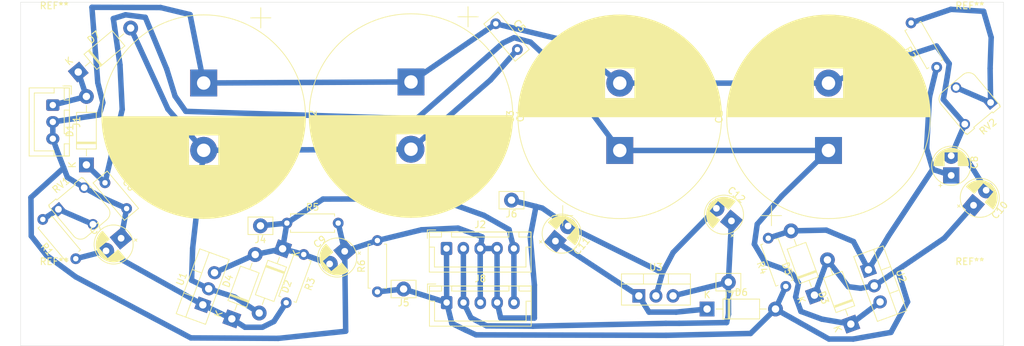
<source format=kicad_pcb>
(kicad_pcb (version 20171130) (host pcbnew "(5.1.2-1)-1")
  (layers (0 F.Cu signal) (31 B.Cu signal) (34 B.Paste user) (35 F.Paste user) (36 B.SilkS user) (37 F.SilkS user) (38 B.Mask user) (39 F.Mask user) (44 Edge.Cuts user))
  (net 0 "")
  (net 1 Earth)
  (net 2 "Net-(C1-Pad1)")
  (net 3 "Net-(C2-Pad2)")
  (net 4 "Net-(C7-Pad2)")
  (net 5 "Net-(C8-Pad1)")
  (net 6 "Net-(R1-Pad2)")
  (net 7 "Net-(R2-Pad2)")
  (net 8 +5V)
  (net 9 "Net-(C11-Pad1)")
  (net 10 -12V)
  (net 11 +12V)
  (net 12 "Net-(D1-Pad2)")
  (module MountingHole:MountingHole_3.5mm (layer F.Cu) (at 154 18)
    (fp_text reference REF** (at 0 -4.5) (layer F.SilkS))
    (fp_text value MountingHole_3.5mm)
    (pad 1 np_thru_hole circle (at 0 0) (size 3.5 3.5) (drill 3.5) (layers *.Cu *.Mask))
  )
  (module MountingHole:MountingHole_3.5mm (layer F.Cu) (at 154 56)
    (fp_text reference REF** (at 0 -4.5) (layer F.SilkS))
    (fp_text value MountingHole_3.5mm)
    (pad 1 np_thru_hole circle (at 0 0) (size 3.5 3.5) (drill 3.5) (layers *.Cu *.Mask))
  )
  (module MountingHole:MountingHole_3.5mm (layer F.Cu) (at 18 56)
    (fp_text reference REF** (at 0 -4.5) (layer F.SilkS))
    (fp_text value MountingHole_3.5mm)
    (pad 1 np_thru_hole circle (at 0 0) (size 3.5 3.5) (drill 3.5) (layers *.Cu *.Mask))
  )
  (module MountingHole:MountingHole_3.5mm (layer F.Cu) (at 18 18)
    (fp_text reference REF** (at 0 -4.5) (layer F.SilkS))
    (fp_text value MountingHole_3.5mm)
    (pad 1 np_thru_hole circle (at 0 0) (size 3.5 3.5) (drill 3.5) (layers *.Cu *.Mask))
  )
  (module Connector_JST:JST_XH_B5B-XH-A_1x05_P2.50mm_Vertical (layer F.Cu) (at 76.27 49.56)
    (fp_text reference J2 (at 5 -3.55) (layer F.SilkS))
    (fp_text value Conn_01x05_Male)
    (pad 5 thru_hole oval (at 10 0) (size 1.7 1.95) (drill 0.95) (layers *.Cu *.Mask) (net 10 -12V))
    (pad 4 thru_hole oval (at 7.5 0) (size 1.7 1.95) (drill 0.95) (layers *.Cu *.Mask) (net 1 Earth))
    (pad 3 thru_hole oval (at 5 0) (size 1.7 1.95) (drill 0.95) (layers *.Cu *.Mask) (net 1 Earth))
    (pad 2 thru_hole oval (at 2.5 0) (size 1.7 1.95) (drill 0.95) (layers *.Cu *.Mask) (net 8 +5V))
    (pad 1 thru_hole roundrect (at 0 0) (size 1.7 1.95) (drill 0.95) (layers *.Cu *.Mask) (roundrect_rratio 0.147059) (net 11 +12V))
  )
  (module Package_TO_SOT_THT:TO-220-3_Vertical (layer F.Cu) (at 104.83 56.6)
    (fp_text reference U3 (at 2.54 -4.27) (layer F.SilkS))
    (fp_text value LM7805_TO220)
    (pad 3 thru_hole oval (at 5.08 0) (size 1.905 2) (drill 1.1) (layers *.Cu *.Mask) (net 8 +5V))
    (pad 2 thru_hole oval (at 2.54 0) (size 1.905 2) (drill 1.1) (layers *.Cu *.Mask) (net 1 Earth))
    (pad 1 thru_hole rect (at 0 0) (size 1.905 2) (drill 1.1) (layers *.Cu *.Mask) (net 9 "Net-(C11-Pad1)"))
  )
  (module Package_TO_SOT_THT:TO-220-3_Vertical (layer F.Cu) (at 138.930232 52.719778 290)
    (fp_text reference U2 (at 2.54 -4.27 110) (layer F.SilkS))
    (fp_text value LM317_3PinPackage)
    (pad 3 thru_hole oval (at 5.08 0 290) (size 1.905 2) (drill 1.1) (layers *.Cu *.Mask) (net 2 "Net-(C1-Pad1)"))
    (pad 2 thru_hole oval (at 2.54 0 290) (size 1.905 2) (drill 1.1) (layers *.Cu *.Mask) (net 11 +12V))
    (pad 1 thru_hole rect (at 0 0 290) (size 1.905 2) (drill 1.1) (layers *.Cu *.Mask) (net 5 "Net-(C8-Pad1)"))
  )
  (module Package_TO_SOT_THT:TO-220-3_Vertical (layer F.Cu) (at 40.07 57.93 70)
    (fp_text reference U1 (at 2.54 -4.27 70) (layer F.SilkS))
    (fp_text value LM337_TO220)
    (pad 3 thru_hole oval (at 5.08 0 70) (size 1.905 2) (drill 1.1) (layers *.Cu *.Mask) (net 10 -12V))
    (pad 2 thru_hole oval (at 2.54 0 70) (size 1.905 2) (drill 1.1) (layers *.Cu *.Mask) (net 3 "Net-(C2-Pad2)"))
    (pad 1 thru_hole rect (at 0 0 70) (size 1.905 2) (drill 1.1) (layers *.Cu *.Mask) (net 4 "Net-(C7-Pad2)"))
  )
  (module Potentiometer_THT:Potentiometer_Runtron_RM-065_Vertical (layer F.Cu) (at 157.08 27.88 220)
    (fp_text reference RV2 (at 2.6 -2.5 40) (layer F.SilkS))
    (fp_text value 2k)
    (pad 2 thru_hole circle (at 2.5 5 220) (size 1.55 1.55) (drill 1) (layers *.Cu *.Mask) (net 7 "Net-(R2-Pad2)"))
    (pad 1 thru_hole rect (at 0 0 220) (size 1.55 1.55) (drill 1) (layers *.Cu *.Mask) (net 7 "Net-(R2-Pad2)"))
    (pad 3 thru_hole circle (at 5 0 220) (size 1.55 1.55) (drill 1) (layers *.Cu *.Mask) (net 1 Earth))
  )
  (module Potentiometer_THT:Potentiometer_Runtron_RM-065_Vertical (layer F.Cu) (at 18.62 43.74 40)
    (fp_text reference RV1 (at 2.6 -2.5 40) (layer F.SilkS))
    (fp_text value 2k)
    (pad 2 thru_hole circle (at 2.5 5 40) (size 1.55 1.55) (drill 1) (layers *.Cu *.Mask) (net 6 "Net-(R1-Pad2)"))
    (pad 1 thru_hole rect (at 0 0 40) (size 1.55 1.55) (drill 1) (layers *.Cu *.Mask) (net 6 "Net-(R1-Pad2)"))
    (pad 3 thru_hole circle (at 5 0 40) (size 1.55 1.55) (drill 1) (layers *.Cu *.Mask) (net 1 Earth))
  )
  (module Resistor_THT:R_Axial_DIN0207_L6.3mm_D2.5mm_P7.62mm_Horizontal (layer F.Cu) (at 66 56 90)
    (fp_text reference R6 (at 3.81 -2.37 90) (layer F.SilkS))
    (fp_text value 4.7k)
    (pad 2 thru_hole oval (at 7.62 0 90) (size 1.6 1.6) (drill 0.8) (layers *.Cu *.Mask) (net 1 Earth))
    (pad 1 thru_hole circle (at 0 0 90) (size 1.6 1.6) (drill 0.8) (layers *.Cu *.Mask) (net 11 +12V))
  )
  (module Resistor_THT:R_Axial_DIN0207_L6.3mm_D2.5mm_P7.62mm_Horizontal (layer F.Cu) (at 52.56 45.79)
    (fp_text reference R5 (at 3.81 -2.37) (layer F.SilkS))
    (fp_text value 4.7k)
    (pad 2 thru_hole oval (at 7.62 0) (size 1.6 1.6) (drill 0.8) (layers *.Cu *.Mask) (net 1 Earth))
    (pad 1 thru_hole circle (at 0 0) (size 1.6 1.6) (drill 0.8) (layers *.Cu *.Mask) (net 10 -12V))
  )
  (module Resistor_THT:R_Axial_DIN0207_L6.3mm_D2.5mm_P7.62mm_Horizontal (layer F.Cu) (at 126.66 55.19 110)
    (fp_text reference R4 (at 3.81 -2.37 110) (layer F.SilkS))
    (fp_text value 240)
    (pad 2 thru_hole oval (at 7.62 0 110) (size 1.6 1.6) (drill 0.8) (layers *.Cu *.Mask) (net 5 "Net-(C8-Pad1)"))
    (pad 1 thru_hole circle (at 0 0 110) (size 1.6 1.6) (drill 0.8) (layers *.Cu *.Mask) (net 11 +12V))
  )
  (module Resistor_THT:R_Axial_DIN0207_L6.3mm_D2.5mm_P7.62mm_Horizontal (layer F.Cu) (at 55.06 50.45 250)
    (fp_text reference R3 (at 3.81 -2.37 70) (layer F.SilkS))
    (fp_text value 240)
    (pad 2 thru_hole oval (at 7.62 0 250) (size 1.6 1.6) (drill 0.8) (layers *.Cu *.Mask) (net 4 "Net-(C7-Pad2)"))
    (pad 1 thru_hole circle (at 0 0 250) (size 1.6 1.6) (drill 0.8) (layers *.Cu *.Mask) (net 10 -12V))
  )
  (module Resistor_THT:R_Axial_DIN0207_L6.3mm_D2.5mm_P7.62mm_Horizontal (layer F.Cu) (at 149.08 22.65 120)
    (fp_text reference R2 (at 3.81 -2.37 120) (layer F.SilkS))
    (fp_text value 1k)
    (pad 2 thru_hole oval (at 7.62 0 120) (size 1.6 1.6) (drill 0.8) (layers *.Cu *.Mask) (net 7 "Net-(R2-Pad2)"))
    (pad 1 thru_hole circle (at 0 0 120) (size 1.6 1.6) (drill 0.8) (layers *.Cu *.Mask) (net 5 "Net-(C8-Pad1)"))
  )
  (module Resistor_THT:R_Axial_DIN0207_L6.3mm_D2.5mm_P7.62mm_Horizontal (layer F.Cu) (at 21.2 51.08 130)
    (fp_text reference R1 (at 3.81 -2.37 130) (layer F.SilkS))
    (fp_text value 1k)
    (pad 2 thru_hole oval (at 7.62 0 130) (size 1.6 1.6) (drill 0.8) (layers *.Cu *.Mask) (net 6 "Net-(R1-Pad2)"))
    (pad 1 thru_hole circle (at 0 0 130) (size 1.6 1.6) (drill 0.8) (layers *.Cu *.Mask) (net 4 "Net-(C7-Pad2)"))
  )
  (module Connector_JST:JST_XH_B5B-XH-A_1x05_P2.50mm_Vertical (layer F.Cu) (at 76.29 57.59)
    (fp_text reference J8 (at 5 -3.55) (layer F.SilkS))
    (fp_text value Conn_01x05_Male)
    (pad 5 thru_hole oval (at 10 0) (size 1.7 1.95) (drill 0.95) (layers *.Cu *.Mask) (net 10 -12V))
    (pad 4 thru_hole oval (at 7.5 0) (size 1.7 1.95) (drill 0.95) (layers *.Cu *.Mask) (net 1 Earth))
    (pad 3 thru_hole oval (at 5 0) (size 1.7 1.95) (drill 0.95) (layers *.Cu *.Mask) (net 1 Earth))
    (pad 2 thru_hole oval (at 2.5 0) (size 1.7 1.95) (drill 0.95) (layers *.Cu *.Mask) (net 8 +5V))
    (pad 1 thru_hole roundrect (at 0 0) (size 1.7 1.95) (drill 0.95) (layers *.Cu *.Mask) (roundrect_rratio 0.147059) (net 11 +12V))
  )
  (module Connector_Pin:Pin_D1.1mm_L10.2mm_W3.5mm_Flat (layer F.Cu) (at 118.13 54.56)
    (fp_text reference J7 (at 0 2.05) (layer F.SilkS))
    (fp_text value 5V_Conn)
    (pad 1 thru_hole circle (at 0 0) (size 2.2 2.2) (drill 1.1) (layers *.Cu *.Mask) (net 8 +5V))
  )
  (module Connector_Pin:Pin_D1.1mm_L10.2mm_W3.5mm_Flat (layer F.Cu) (at 85.92 42.38)
    (fp_text reference J6 (at 0 2.05) (layer F.SilkS))
    (fp_text value GND_Conn)
    (pad 1 thru_hole circle (at 0 0) (size 2.2 2.2) (drill 1.1) (layers *.Cu *.Mask) (net 1 Earth))
  )
  (module Connector_Pin:Pin_D1.1mm_L10.2mm_W3.5mm_Flat (layer F.Cu) (at 69.89 55.58)
    (fp_text reference J5 (at 0 2.05) (layer F.SilkS))
    (fp_text value +V_Conn)
    (pad 1 thru_hole circle (at 0 0) (size 2.2 2.2) (drill 1.1) (layers *.Cu *.Mask) (net 11 +12V))
  )
  (module Connector_Pin:Pin_D1.1mm_L10.2mm_W3.5mm_Flat (layer F.Cu) (at 48.63 46.19)
    (fp_text reference J4 (at 0 2.05) (layer F.SilkS))
    (fp_text value -V_Conn)
    (pad 1 thru_hole circle (at 0 0) (size 2.2 2.2) (drill 1.1) (layers *.Cu *.Mask) (net 10 -12V))
  )
  (module Connector_JST:JST_XH_B3B-XH-A_1x03_P2.50mm_Vertical (layer F.Cu) (at 17.79 28.26 270)
    (fp_text reference J1 (at 2.5 -3.55 90) (layer F.SilkS))
    (fp_text value Conn_01x03_Male)
    (pad 3 thru_hole oval (at 5 0 270) (size 1.7 1.95) (drill 0.95) (layers *.Cu *.Mask) (net 1 Earth))
    (pad 2 thru_hole oval (at 2.5 0 270) (size 1.7 1.95) (drill 0.95) (layers *.Cu *.Mask) (net 1 Earth))
    (pad 1 thru_hole roundrect (at 0 0 270) (size 1.7 1.95) (drill 0.95) (layers *.Cu *.Mask) (roundrect_rratio 0.147059) (net 12 "Net-(D1-Pad2)"))
  )
  (module Diode_THT:D_DO-41_SOD81_P10.16mm_Horizontal (layer F.Cu) (at 21.57 23.35 40)
    (fp_text reference D7 (at 5.08 -2.47 40) (layer F.SilkS))
    (fp_text value D_Small)
    (fp_text user K (at 0 -2.1 40) (layer F.SilkS))
    (pad 2 thru_hole oval (at 10.16 0 40) (size 2.2 2.2) (drill 1.1) (layers *.Cu *.Mask) (net 3 "Net-(C2-Pad2)"))
    (pad 1 thru_hole rect (at 0 0 40) (size 2.2 2.2) (drill 1.1) (layers *.Cu *.Mask) (net 12 "Net-(D1-Pad2)"))
  )
  (module Diode_THT:D_DO-41_SOD81_P10.16mm_Horizontal (layer F.Cu) (at 114.97 58.55)
    (fp_text reference D6 (at 5.08 -2.47) (layer F.SilkS))
    (fp_text value 1N4002)
    (fp_text user K (at 0 -2.1) (layer F.SilkS))
    (pad 2 thru_hole oval (at 10.16 0) (size 2.2 2.2) (drill 1.1) (layers *.Cu *.Mask) (net 11 +12V))
    (pad 1 thru_hole rect (at 0 0) (size 2.2 2.2) (drill 1.1) (layers *.Cu *.Mask) (net 9 "Net-(C11-Pad1)"))
  )
  (module Diode_THT:D_DO-41_SOD81_P10.16mm_Horizontal (layer F.Cu) (at 130.92 56.49 110)
    (fp_text reference D5 (at 5.08 -2.47 110) (layer F.SilkS))
    (fp_text value 1N4002)
    (fp_text user K (at 0 -2.1 110) (layer F.SilkS))
    (pad 2 thru_hole oval (at 10.16 0 110) (size 2.2 2.2) (drill 1.1) (layers *.Cu *.Mask) (net 5 "Net-(C8-Pad1)"))
    (pad 1 thru_hole rect (at 0 0 110) (size 2.2 2.2) (drill 1.1) (layers *.Cu *.Mask) (net 11 +12V))
  )
  (module Diode_THT:D_DO-41_SOD81_P10.16mm_Horizontal (layer F.Cu) (at 44.38 60.01 70)
    (fp_text reference D4 (at 5.08 -2.47 70) (layer F.SilkS))
    (fp_text value 1N4002)
    (fp_text user K (at 0 -2.1 70) (layer F.SilkS))
    (pad 2 thru_hole oval (at 10.16 0 70) (size 2.2 2.2) (drill 1.1) (layers *.Cu *.Mask) (net 10 -12V))
    (pad 1 thru_hole rect (at 0 0 70) (size 2.2 2.2) (drill 1.1) (layers *.Cu *.Mask) (net 4 "Net-(C7-Pad2)"))
  )
  (module Diode_THT:D_DO-41_SOD81_P10.16mm_Horizontal (layer F.Cu) (at 136.32 60.79 110)
    (fp_text reference D3 (at 5.08 -2.47 110) (layer F.SilkS))
    (fp_text value 1N4002)
    (fp_text user K (at 0 -2.1 110) (layer F.SilkS))
    (pad 2 thru_hole oval (at 10.16 0 110) (size 2.2 2.2) (drill 1.1) (layers *.Cu *.Mask) (net 11 +12V))
    (pad 1 thru_hole rect (at 0 0 110) (size 2.2 2.2) (drill 1.1) (layers *.Cu *.Mask) (net 2 "Net-(C1-Pad1)"))
  )
  (module Diode_THT:D_DO-41_SOD81_P10.16mm_Horizontal (layer F.Cu) (at 51.92 49.6 250)
    (fp_text reference D2 (at 5.08 -2.47 70) (layer F.SilkS))
    (fp_text value 1N4002)
    (fp_text user K (at 0 -2.1 70) (layer F.SilkS))
    (pad 2 thru_hole oval (at 10.16 0 250) (size 2.2 2.2) (drill 1.1) (layers *.Cu *.Mask) (net 3 "Net-(C2-Pad2)"))
    (pad 1 thru_hole rect (at 0 0 250) (size 2.2 2.2) (drill 1.1) (layers *.Cu *.Mask) (net 10 -12V))
  )
  (module Diode_THT:D_DO-41_SOD81_P10.16mm_Horizontal (layer F.Cu) (at 22.78 37.14 90)
    (fp_text reference D1 (at 5.08 -2.47 90) (layer F.SilkS))
    (fp_text value D_Small)
    (fp_text user K (at 0 -2.1 90) (layer F.SilkS))
    (pad 2 thru_hole oval (at 10.16 0 90) (size 2.2 2.2) (drill 1.1) (layers *.Cu *.Mask) (net 12 "Net-(D1-Pad2)"))
    (pad 1 thru_hole rect (at 0 0 90) (size 2.2 2.2) (drill 1.1) (layers *.Cu *.Mask) (net 2 "Net-(C1-Pad1)"))
  )
  (module Capacitor_THT:CP_Radial_D5.0mm_P2.0mm_Bigger_Holes (layer F.Cu) (at 117.75 43.7 140)
    (fp_text reference C12 (at 0.1524 2.6416 140) (layer F.SilkS))
    (fp_text value 1u)
    (pad 2 thru_hole circle (at 1.143 -0.8128 140) (size 2.4 2.4) (drill 1) (layers *.Cu *.Mask) (net 1 Earth))
    (pad 1 thru_hole rect (at -1.778 -0.8128 140) (size 2.4 2.4) (drill 1) (layers *.Cu *.Mask) (net 8 +5V))
  )
  (module Capacitor_THT:CP_Radial_D5.0mm_P2.0mm_Bigger_Holes (layer F.Cu) (at 94.21 47.62 50)
    (fp_text reference C11 (at 0.1524 2.6416 50) (layer F.SilkS))
    (fp_text value 220u)
    (pad 2 thru_hole circle (at 1.143 -0.8128 50) (size 2.4 2.4) (drill 1) (layers *.Cu *.Mask) (net 1 Earth))
    (pad 1 thru_hole rect (at -1.778 -0.8128 50) (size 2.4 2.4) (drill 1) (layers *.Cu *.Mask) (net 9 "Net-(C11-Pad1)"))
  )
  (module Capacitor_THT:CP_Radial_D5.0mm_P2.0mm_Bigger_Holes (layer F.Cu) (at 156.31 42.3 50)
    (fp_text reference C10 (at 0.1524 2.6416 50) (layer F.SilkS))
    (fp_text value 1uF)
    (pad 2 thru_hole circle (at 1.143 -0.8128 50) (size 2.4 2.4) (drill 1) (layers *.Cu *.Mask) (net 1 Earth))
    (pad 1 thru_hole rect (at -1.778 -0.8128 50) (size 2.4 2.4) (drill 1) (layers *.Cu *.Mask) (net 11 +12V))
  )
  (module Capacitor_THT:CP_Radial_D5.0mm_P2.0mm_Bigger_Holes (layer F.Cu) (at 59.26 50.5 220)
    (fp_text reference C9 (at 0.1524 2.6416 40) (layer F.SilkS))
    (fp_text value 1uF)
    (pad 2 thru_hole circle (at 1.143 -0.8128 220) (size 2.4 2.4) (drill 1) (layers *.Cu *.Mask) (net 10 -12V))
    (pad 1 thru_hole rect (at -1.778 -0.8128 220) (size 2.4 2.4) (drill 1) (layers *.Cu *.Mask) (net 1 Earth))
  )
  (module Capacitor_THT:CP_Radial_D5.0mm_P2.0mm_Bigger_Holes (layer F.Cu) (at 152.04 36.93 90)
    (fp_text reference C8 (at 0.1524 2.6416 90) (layer F.SilkS))
    (fp_text value 10uF)
    (pad 2 thru_hole circle (at 1.143 -0.8128 90) (size 2.4 2.4) (drill 1) (layers *.Cu *.Mask) (net 1 Earth))
    (pad 1 thru_hole rect (at -1.778 -0.8128 90) (size 2.4 2.4) (drill 1) (layers *.Cu *.Mask) (net 5 "Net-(C8-Pad1)"))
  )
  (module Capacitor_THT:CP_Radial_D5.0mm_P2.0mm_Bigger_Holes (layer F.Cu) (at 26.05 48.56 220)
    (fp_text reference C7 (at 0.1524 2.6416 40) (layer F.SilkS))
    (fp_text value 10uF)
    (pad 2 thru_hole circle (at 1.143 -0.8128 220) (size 2.4 2.4) (drill 1) (layers *.Cu *.Mask) (net 4 "Net-(C7-Pad2)"))
    (pad 1 thru_hole rect (at -1.778 -0.8128 220) (size 2.4 2.4) (drill 1) (layers *.Cu *.Mask) (net 1 Earth))
  )
  (module Capacitor_THT:C_Rect_L7.0mm_W2.5mm_P5.00mm (layer F.Cu) (at 25.54 39.8 310)
    (fp_text reference C6 (at 2.5 -2.5 130) (layer F.SilkS))
    (fp_text value 0.1uF)
    (pad 2 thru_hole circle (at 5 0 310) (size 1.6 1.6) (drill 0.8) (layers *.Cu *.Mask) (net 1 Earth))
    (pad 1 thru_hole circle (at 0 0 310) (size 1.6 1.6) (drill 0.8) (layers *.Cu *.Mask) (net 2 "Net-(C1-Pad1)"))
  )
  (module Capacitor_THT:C_Rect_L7.0mm_W2.5mm_P5.00mm (layer F.Cu) (at 83.58 16.18 310)
    (fp_text reference C5 (at 2.5 -2.5 130) (layer F.SilkS))
    (fp_text value 0.1uF)
    (pad 2 thru_hole circle (at 5 0 310) (size 1.6 1.6) (drill 0.8) (layers *.Cu *.Mask) (net 3 "Net-(C2-Pad2)"))
    (pad 1 thru_hole circle (at 0 0 310) (size 1.6 1.6) (drill 0.8) (layers *.Cu *.Mask) (net 1 Earth))
  )
  (module Capacitor_THT:CP_Radial_D30.0mm_P10.00mm_SnapIn (layer F.Cu) (at 70.99 24.82 270)
    (fp_text reference C4 (at 5 -16.25 90) (layer F.SilkS))
    (fp_text value 10000uF)
    (pad 2 thru_hole circle (at 10 0 270) (size 4 4) (drill 2) (layers *.Cu *.Mask) (net 3 "Net-(C2-Pad2)"))
    (pad 1 thru_hole rect (at 0 0 270) (size 4 4) (drill 2) (layers *.Cu *.Mask) (net 1 Earth))
  )
  (module Capacitor_THT:CP_Radial_D30.0mm_P10.00mm_SnapIn (layer F.Cu) (at 102 35 90)
    (fp_text reference C3 (at 5 -16.25 90) (layer F.SilkS))
    (fp_text value 10000uF)
    (pad 2 thru_hole circle (at 10 0 90) (size 4 4) (drill 2) (layers *.Cu *.Mask) (net 1 Earth))
    (pad 1 thru_hole rect (at 0 0 90) (size 4 4) (drill 2) (layers *.Cu *.Mask) (net 2 "Net-(C1-Pad1)"))
  )
  (module Capacitor_THT:CP_Radial_D30.0mm_P10.00mm_SnapIn (layer F.Cu) (at 40.2 24.98 270)
    (fp_text reference C2 (at 5 -16.25 90) (layer F.SilkS))
    (fp_text value 10000uF)
    (pad 2 thru_hole circle (at 10 0 270) (size 4 4) (drill 2) (layers *.Cu *.Mask) (net 3 "Net-(C2-Pad2)"))
    (pad 1 thru_hole rect (at 0 0 270) (size 4 4) (drill 2) (layers *.Cu *.Mask) (net 1 Earth))
  )
  (module Capacitor_THT:CP_Radial_D30.0mm_P10.00mm_SnapIn (layer F.Cu) (at 133 35 90)
    (fp_text reference C1 (at 5 -16.25 90) (layer F.SilkS))
    (fp_text value 10000uF)
    (pad 2 thru_hole circle (at 10 0 90) (size 4 4) (drill 2) (layers *.Cu *.Mask) (net 1 Earth))
    (pad 1 thru_hole rect (at 0 0 90) (size 4 4) (drill 2) (layers *.Cu *.Mask) (net 2 "Net-(C1-Pad1)"))
  )
  (gr_line (start 159 64) (end 159 13) (layer Edge.Cuts) (width 0.05))
  (gr_line (start 13 64) (end 13 13) (layer Edge.Cuts) (width 0.05))
  (gr_line (start 159 64) (end 13 64) (layer Edge.Cuts) (width 0.05))
  (gr_line (start 13 13) (end 159 13) (layer Edge.Cuts) (width 0.05))
  (segment (start 17.79 30.76) (end 17.79 33.26) (width 0.8128) (layer B.Cu) (net 1))
  (segment (start 27.934485 48.039765) (end 28.753938 43.630222) (width 0.8128) (layer B.Cu) (net 1))
  (segment (start 28.753938 43.630222) (end 25.01 41.93) (width 0.8128) (layer B.Cu) (net 1))
  (segment (start 25.01 41.93) (end 22.450222 40.526062) (width 0.8128) (layer B.Cu) (net 1))
  (segment (start 22.450222 40.526062) (end 19.96 38.99) (width 0.8128) (layer B.Cu) (net 1))
  (segment (start 18.61 35.53) (end 17.79 33.26) (width 0.8128) (layer B.Cu) (net 1))
  (segment (start 70.99 24.82) (end 83.58 16.18) (width 0.8128) (layer B.Cu) (net 1))
  (segment (start 83.58 16.18) (end 94.12 18.73) (width 0.8128) (layer B.Cu) (net 1))
  (segment (start 70.99 24.82) (end 40.2 24.98) (width 0.8128) (layer B.Cu) (net 1))
  (segment (start 60.18 45.79) (end 61.144485 49.979765) (width 0.8128) (layer B.Cu) (net 1))
  (segment (start 61.144485 49.979765) (end 66 48.38) (width 0.8128) (layer B.Cu) (net 1))
  (segment (start 83.77 49.56) (end 81.27 49.56) (width 0.8128) (layer B.Cu) (net 1))
  (segment (start 90.49 43.56) (end 94.322065 46.221953) (width 0.8128) (layer B.Cu) (net 1))
  (segment (start 133 25) (end 102 25) (width 0.8128) (layer B.Cu) (net 1))
  (segment (start 97.92913 21.76087) (end 102 25) (width 0.8128) (layer B.Cu) (net 1))
  (segment (start 94.12 18.73) (end 97.92913 21.76087) (width 0.8128) (layer B.Cu) (net 1))
  (segment (start 153.249778 31.093938) (end 151.2272 35.787) (width 0.8128) (layer B.Cu) (net 1))
  (segment (start 156.422065 40.901953) (end 153.72 36.56) (width 0.8128) (layer B.Cu) (net 1))
  (segment (start 153.72 36.56) (end 151.2272 35.787) (width 0.8128) (layer B.Cu) (net 1))
  (segment (start 116.351953 43.587935) (end 109.93 50.15) (width 0.8128) (layer B.Cu) (net 1))
  (segment (start 109.93 50.15) (end 108.34 53.17) (width 0.8128) (layer B.Cu) (net 1))
  (segment (start 108.34 53.17) (end 107.37 56.6) (width 0.8128) (layer B.Cu) (net 1))
  (segment (start 108.34 53.17) (end 94.322065 46.221953) (width 0.8128) (layer B.Cu) (net 1))
  (segment (start 153.249778 31.093938) (end 150.06 27.42) (width 0.8128) (layer B.Cu) (net 1))
  (segment (start 150.06 27.42) (end 150.64 24.08) (width 0.8128) (layer B.Cu) (net 1))
  (segment (start 150.64 24.08) (end 150.94 22.11) (width 0.8128) (layer B.Cu) (net 1))
  (segment (start 150.94 22.11) (end 149.04 19.49) (width 0.8128) (layer B.Cu) (net 1))
  (segment (start 149.04 19.49) (end 143.19 21.4) (width 0.8128) (layer B.Cu) (net 1))
  (segment (start 143.19 21.4) (end 133 25) (width 0.8128) (layer B.Cu) (net 1))
  (segment (start 81.27 49.56) (end 81.29 57.59) (width 0.8128) (layer B.Cu) (net 1))
  (segment (start 83.79 57.59) (end 83.77 49.56) (width 0.8128) (layer B.Cu) (net 1))
  (segment (start 17.79 30.76) (end 24.68 29.72) (width 0.8128) (layer B.Cu) (net 1))
  (segment (start 66 48.38) (end 72.56 46.78) (width 0.8128) (layer B.Cu) (net 1))
  (segment (start 72.56 46.78) (end 77.98 46.53) (width 0.8128) (layer B.Cu) (net 1))
  (segment (start 77.98 46.53) (end 81.55 47.83) (width 0.8128) (layer B.Cu) (net 1))
  (segment (start 81.55 47.83) (end 81.27 49.56) (width 0.8128) (layer B.Cu) (net 1))
  (segment (start 83.79 57.59) (end 84.32 59.89) (width 0.8128) (layer B.Cu) (net 1))
  (segment (start 84.32 59.89) (end 89.32 59.89) (width 0.8128) (layer B.Cu) (net 1))
  (segment (start 89.32 59.89) (end 89.32 54.98) (width 0.8128) (layer B.Cu) (net 1))
  (segment (start 89.32 54.98) (end 88.7 47.78) (width 0.8128) (layer B.Cu) (net 1))
  (segment (start 88.7 47.78) (end 89.560104 43.319896) (width 0.8128) (layer B.Cu) (net 1))
  (segment (start 89.560104 43.319896) (end 90.49 43.56) (width 0.8128) (layer B.Cu) (net 1))
  (segment (start 85.92 42.38) (end 89.560104 43.319896) (width 0.8128) (layer B.Cu) (net 1))
  (segment (start 25.226583 27.903417) (end 24.47 24.93) (width 0.8128) (layer B.Cu) (net 1))
  (segment (start 24.68 29.72) (end 25.226583 27.903417) (width 0.8128) (layer B.Cu) (net 1))
  (segment (start 24.47 24.93) (end 23.6 13.74) (width 0.8128) (layer B.Cu) (net 1))
  (segment (start 23.6 13.74) (end 33.8 13.77) (width 0.8128) (layer B.Cu) (net 1))
  (segment (start 33.8 13.77) (end 38.17 14.82) (width 0.8128) (layer B.Cu) (net 1))
  (segment (start 38.17 14.82) (end 40.2 24.98) (width 0.8128) (layer B.Cu) (net 1))
  (segment (start 61.144485 49.979765) (end 61.29 61.85) (width 0.8128) (layer B.Cu) (net 1))
  (segment (start 61.29 61.85) (end 51.27 62.91) (width 0.8128) (layer B.Cu) (net 1))
  (segment (start 51.27 62.91) (end 38.29 62.84) (width 0.8128) (layer B.Cu) (net 1))
  (segment (start 38.29 62.84) (end 21.2 53.78) (width 0.8128) (layer B.Cu) (net 1))
  (segment (start 21.2 53.78) (end 16.84 50.57) (width 0.8128) (layer B.Cu) (net 1))
  (segment (start 16.84 50.57) (end 14.59 47.7) (width 0.8128) (layer B.Cu) (net 1))
  (segment (start 14.59 47.7) (end 14.54 41.99) (width 0.8128) (layer B.Cu) (net 1))
  (segment (start 19.409896 37.580104) (end 18.61 35.53) (width 0.8128) (layer B.Cu) (net 1))
  (segment (start 14.54 41.99) (end 19.409896 37.580104) (width 0.8128) (layer B.Cu) (net 1))
  (segment (start 19.96 38.99) (end 19.409896 37.580104) (width 0.8128) (layer B.Cu) (net 1))
  (segment (start 22.78 37.14) (end 25.54 39.8) (width 0.8128) (layer B.Cu) (net 2))
  (segment (start 102 35) (end 133 35) (width 0.8128) (layer B.Cu) (net 2))
  (segment (start 140.667694 57.493417) (end 136.32 60.79) (width 0.8128) (layer B.Cu) (net 2))
  (segment (start 133 35) (end 126.05 41.77) (width 0.8128) (layer B.Cu) (net 2))
  (segment (start 128.12 56.75) (end 128.91 58.91) (width 0.8128) (layer B.Cu) (net 2))
  (segment (start 128.91 58.91) (end 132.01 60.05) (width 0.8128) (layer B.Cu) (net 2))
  (segment (start 132.01 60.05) (end 136.32 60.79) (width 0.8128) (layer B.Cu) (net 2))
  (segment (start 126.27 52.61) (end 127.629262 53.370738) (width 0.8128) (layer B.Cu) (net 2))
  (segment (start 123.596029 51.633971) (end 126.27 52.61) (width 0.8128) (layer B.Cu) (net 2))
  (segment (start 121.993648 48.926352) (end 122.416958 45.956958) (width 0.8128) (layer B.Cu) (net 2))
  (segment (start 126.05 41.77) (end 122.416958 45.956958) (width 0.8128) (layer B.Cu) (net 2))
  (segment (start 123.596029 51.633971) (end 121.993648 48.926352) (width 0.8128) (layer B.Cu) (net 2))
  (segment (start 128.549822 54.689822) (end 127.629262 53.370738) (width 0.8128) (layer B.Cu) (net 2))
  (segment (start 128.549822 54.689822) (end 128.12 56.75) (width 0.8128) (layer B.Cu) (net 2))
  (segment (start 25.54 39.8) (end 28.1 28.9) (width 0.8128) (layer B.Cu) (net 2))
  (segment (start 28.1 28.9) (end 27.77 22.28) (width 0.8128) (layer B.Cu) (net 2))
  (segment (start 27.77 22.28) (end 26.78 15.41) (width 0.8128) (layer B.Cu) (net 2))
  (segment (start 26.78 15.41) (end 28.59 14.85) (width 0.8128) (layer B.Cu) (net 2))
  (segment (start 28.59 14.85) (end 31.53 15.23) (width 0.8128) (layer B.Cu) (net 2))
  (segment (start 31.53 15.23) (end 34.71 22.92) (width 0.8128) (layer B.Cu) (net 2))
  (segment (start 34.71 22.92) (end 35.95 26.93) (width 0.8128) (layer B.Cu) (net 2))
  (segment (start 35.95 26.93) (end 37.54 29.19) (width 0.8128) (layer B.Cu) (net 2))
  (segment (start 37.54 29.19) (end 71.82 30.29) (width 0.8128) (layer B.Cu) (net 2))
  (segment (start 71.82 30.29) (end 84.63 19.05) (width 0.8128) (layer B.Cu) (net 2))
  (segment (start 84.63 19.05) (end 86.3 18.25) (width 0.8128) (layer B.Cu) (net 2))
  (segment (start 86.3 18.25) (end 88.74 18.91) (width 0.8128) (layer B.Cu) (net 2))
  (segment (start 88.74 18.91) (end 92.85 22.75) (width 0.8128) (layer B.Cu) (net 2))
  (segment (start 92.85 22.75) (end 102 35) (width 0.8128) (layer B.Cu) (net 2))
  (segment (start 40.2 34.98) (end 70.99 34.82) (width 0.8128) (layer B.Cu) (net 3))
  (segment (start 70.99 34.82) (end 82.81 24.52) (width 0.8128) (layer B.Cu) (net 3))
  (segment (start 82.81 24.52) (end 86.793938 20.010222) (width 0.8128) (layer B.Cu) (net 3))
  (segment (start 48.445075 59.147277) (end 44.8 56.78) (width 0.8128) (layer B.Cu) (net 3))
  (segment (start 44.8 56.78) (end 40.938731 55.543181) (width 0.8128) (layer B.Cu) (net 3))
  (segment (start 40.938731 55.543181) (end 38.4 54.28) (width 0.8128) (layer B.Cu) (net 3))
  (segment (start 38.4 54.28) (end 38.56 49.52) (width 0.8128) (layer B.Cu) (net 3))
  (segment (start 38.56 49.52) (end 40.2 34.98) (width 0.8128) (layer B.Cu) (net 3))
  (segment (start 40.2 34.98) (end 34.89 28.86) (width 0.8128) (layer B.Cu) (net 3))
  (segment (start 34.89 28.86) (end 29.353012 16.819278) (width 0.8128) (layer B.Cu) (net 3))
  (segment (start 21.2 51.08) (end 25.696869 49.917347) (width 0.8128) (layer B.Cu) (net 4))
  (segment (start 44.38 60.01) (end 46.34 61.26) (width 0.8128) (layer B.Cu) (net 4))
  (segment (start 46.34 61.26) (end 48.91 61.26) (width 0.8128) (layer B.Cu) (net 4))
  (segment (start 48.91 61.26) (end 50.63 60.4) (width 0.8128) (layer B.Cu) (net 4))
  (segment (start 50.63 60.4) (end 52.453807 57.610458) (width 0.8128) (layer B.Cu) (net 4))
  (segment (start 40.07 57.93) (end 44.38 60.01) (width 0.8128) (layer B.Cu) (net 4))
  (segment (start 40.07 57.93) (end 25.696869 49.917347) (width 0.8128) (layer B.Cu) (net 4))
  (segment (start 149.08 22.65) (end 148 27.08) (width 0.8128) (layer B.Cu) (net 5))
  (segment (start 148 27.08) (end 147.57 34.68) (width 0.8128) (layer B.Cu) (net 5))
  (segment (start 147.57 34.68) (end 148.48 37.8) (width 0.8128) (layer B.Cu) (net 5))
  (segment (start 148.48 37.8) (end 151.2272 38.708) (width 0.8128) (layer B.Cu) (net 5))
  (segment (start 148.48 37.8) (end 141.9 47.73) (width 0.8128) (layer B.Cu) (net 5))
  (segment (start 141.9 47.73) (end 138.930232 52.719778) (width 0.8128) (layer B.Cu) (net 5))
  (segment (start 138.930232 52.719778) (end 136.71 48.53) (width 0.8128) (layer B.Cu) (net 5))
  (segment (start 136.71 48.53) (end 132.67 46.83) (width 0.8128) (layer B.Cu) (net 5))
  (segment (start 132.67 46.83) (end 127.445075 46.942723) (width 0.8128) (layer B.Cu) (net 5))
  (segment (start 127.445075 46.942723) (end 124.053807 48.029542) (width 0.8128) (layer B.Cu) (net 5))
  (segment (start 23.749049 45.963253) (end 18.62 43.74) (width 0.8128) (layer B.Cu) (net 6))
  (segment (start 18.62 43.74) (end 16.301958 45.242741) (width 0.8128) (layer B.Cu) (net 6))
  (segment (start 157.08 27.88) (end 151.950951 25.656747) (width 0.8128) (layer B.Cu) (net 7))
  (segment (start 145.27 16.050886) (end 151.18 14.04) (width 0.8128) (layer B.Cu) (net 7))
  (segment (start 151.18 14.04) (end 156.04 14.33) (width 0.8128) (layer B.Cu) (net 7))
  (segment (start 156.04 14.33) (end 157.17 18.21) (width 0.8128) (layer B.Cu) (net 7))
  (segment (start 157.17 18.21) (end 157.01 22.81) (width 0.8128) (layer B.Cu) (net 7))
  (segment (start 157.01 22.81) (end 157.08 27.88) (width 0.8128) (layer B.Cu) (net 7))
  (segment (start 78.79 57.59) (end 78.77 49.56) (width 0.8128) (layer B.Cu) (net 8))
  (segment (start 118.13 54.56) (end 118.589569 45.465517) (width 0.8128) (layer B.Cu) (net 8))
  (segment (start 109.91 56.6) (end 118.13 54.56) (width 0.8128) (layer B.Cu) (net 8))
  (segment (start 118.15 59.32) (end 117.87 60.56) (width 0.8128) (layer B.Cu) (net 8))
  (segment (start 117.87 60.56) (end 110.83 60.68) (width 0.8128) (layer B.Cu) (net 8))
  (segment (start 118.13 54.56) (end 118.15 59.32) (width 0.8128) (layer B.Cu) (net 8))
  (segment (start 110.83 60.68) (end 108.86 60.68) (width 0.8128) (layer B.Cu) (net 8))
  (segment (start 78.79 57.59) (end 79.89 59.84) (width 0.8128) (layer B.Cu) (net 8))
  (segment (start 79.89 59.84) (end 82.22 61.05) (width 0.8128) (layer B.Cu) (net 8))
  (segment (start 82.22 61.05) (end 89.09 61.1) (width 0.8128) (layer B.Cu) (net 8))
  (segment (start 89.09 61.1) (end 108.86 60.68) (width 0.8128) (layer B.Cu) (net 8))
  (segment (start 104.83 56.6) (end 92.444483 48.459569) (width 0.8128) (layer B.Cu) (net 9))
  (segment (start 114.97 58.55) (end 110.37 59.01) (width 0.8128) (layer B.Cu) (net 9))
  (segment (start 110.37 59.01) (end 106.34 59.01) (width 0.8128) (layer B.Cu) (net 9))
  (segment (start 106.34 59.01) (end 104.83 56.6) (width 0.8128) (layer B.Cu) (net 9))
  (segment (start 86.29 57.59) (end 86.27 49.56) (width 0.8128) (layer B.Cu) (net 10))
  (segment (start 47.854925 50.462723) (end 51.92 49.6) (width 0.8128) (layer B.Cu) (net 10))
  (segment (start 51.92 49.6) (end 55.06 50.45) (width 0.8128) (layer B.Cu) (net 10))
  (segment (start 55.06 50.45) (end 58.906869 51.857347) (width 0.8128) (layer B.Cu) (net 10))
  (segment (start 51.92 49.6) (end 52.56 45.79) (width 0.8128) (layer B.Cu) (net 10))
  (segment (start 52.56 45.79) (end 48.63 46.19) (width 0.8128) (layer B.Cu) (net 10))
  (segment (start 47.854925 50.462723) (end 41.807462 53.156361) (width 0.8128) (layer B.Cu) (net 10))
  (segment (start 86.27 49.56) (end 85.55 46.74) (width 0.8128) (layer B.Cu) (net 10))
  (segment (start 52.56 45.79) (end 57.92 42.22) (width 0.8128) (layer B.Cu) (net 10))
  (segment (start 57.92 42.22) (end 74.91 42.17) (width 0.8128) (layer B.Cu) (net 10))
  (segment (start 74.91 42.17) (end 81.82 44.64) (width 0.8128) (layer B.Cu) (net 10))
  (segment (start 81.82 44.64) (end 85.55 46.74) (width 0.8128) (layer B.Cu) (net 10))
  (segment (start 76.27 49.56) (end 76.29 57.59) (width 0.8128) (layer B.Cu) (net 11))
  (segment (start 76.29 57.59) (end 69.89 55.58) (width 0.8128) (layer B.Cu) (net 11))
  (segment (start 69.89 55.58) (end 66 56) (width 0.8128) (layer B.Cu) (net 11))
  (segment (start 132.845075 51.242723) (end 130.92 56.49) (width 0.8128) (layer B.Cu) (net 11))
  (segment (start 132.845075 51.242723) (end 135.94 55.23) (width 0.8128) (layer B.Cu) (net 11))
  (segment (start 135.94 55.23) (end 137.77 55.47) (width 0.8128) (layer B.Cu) (net 11))
  (segment (start 137.77 55.47) (end 139.798963 55.106597) (width 0.8128) (layer B.Cu) (net 11))
  (segment (start 150.21 48.02) (end 154.544483 43.139569) (width 0.8128) (layer B.Cu) (net 11))
  (segment (start 125.13 58.55) (end 126.66 55.19) (width 0.8128) (layer B.Cu) (net 11))
  (segment (start 125.13 58.55) (end 133.07 63.01) (width 0.8128) (layer B.Cu) (net 11))
  (segment (start 133.07 63.01) (end 136.68 63.01) (width 0.8128) (layer B.Cu) (net 11))
  (segment (start 136.68 63.01) (end 142.28 62.02) (width 0.8128) (layer B.Cu) (net 11))
  (segment (start 142.28 62.02) (end 144.75 57.49) (width 0.8128) (layer B.Cu) (net 11))
  (segment (start 144.75 57.49) (end 143.272337 52.742337) (width 0.8128) (layer B.Cu) (net 11))
  (segment (start 143.272337 52.742337) (end 150.21 48.02) (width 0.8128) (layer B.Cu) (net 11))
  (segment (start 139.798963 55.106597) (end 143.272337 52.742337) (width 0.8128) (layer B.Cu) (net 11))
  (segment (start 77.05 60.67) (end 76.29 57.59) (width 0.8128) (layer B.Cu) (net 11))
  (segment (start 125.13 58.55) (end 121.43 62.18) (width 0.8128) (layer B.Cu) (net 11))
  (segment (start 79.17 61.71) (end 77.05 60.67) (width 0.8128) (layer B.Cu) (net 11))
  (segment (start 121.43 62.18) (end 108.86 62.46) (width 0.8128) (layer B.Cu) (net 11))
  (segment (start 79.17 61.71) (end 80.65 62.39) (width 0.8128) (layer B.Cu) (net 11))
  (segment (start 80.65 62.39) (end 108.86 62.46) (width 0.8128) (layer B.Cu) (net 11))
  (segment (start 22.78 26.98) (end 17.79 28.26) (width 0.8128) (layer B.Cu) (net 12))
  (segment (start 22.78 26.98) (end 21.57 23.35) (width 0.8128) (layer B.Cu) (net 12))
)
</source>
